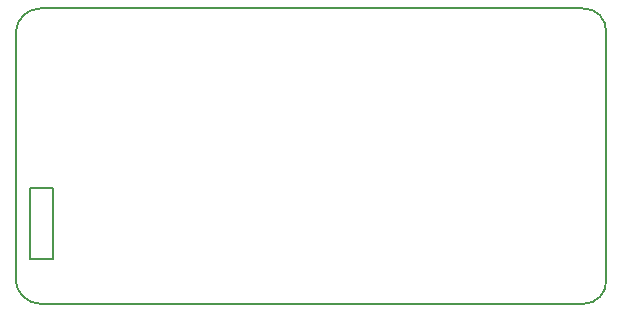
<source format=gbr>
G04 DipTrace 3.0.0.2*
G04 BoardOutline.gbr*
%MOIN*%
G04 #@! TF.FileFunction,Profile*
G04 #@! TF.Part,Single*
%ADD11C,0.005512*%
%FSLAX26Y26*%
G04*
G70*
G90*
G75*
G01*
G04 BoardOutline*
%LPD*%
X474959Y393720D2*
D11*
X2285983D1*
G03X2362205Y472461I1712J74605D01*
G01*
Y1299232D1*
G03X2285983Y1377972I-74510J4135D01*
G01*
X474959D1*
G03X393701Y1299232I1853J-83211D01*
G01*
Y472461D1*
G03X474959Y393720I83112J4471D01*
G01*
X439984Y779894D2*
X518724D1*
Y543673D1*
X439984D1*
Y779894D1*
M02*

</source>
